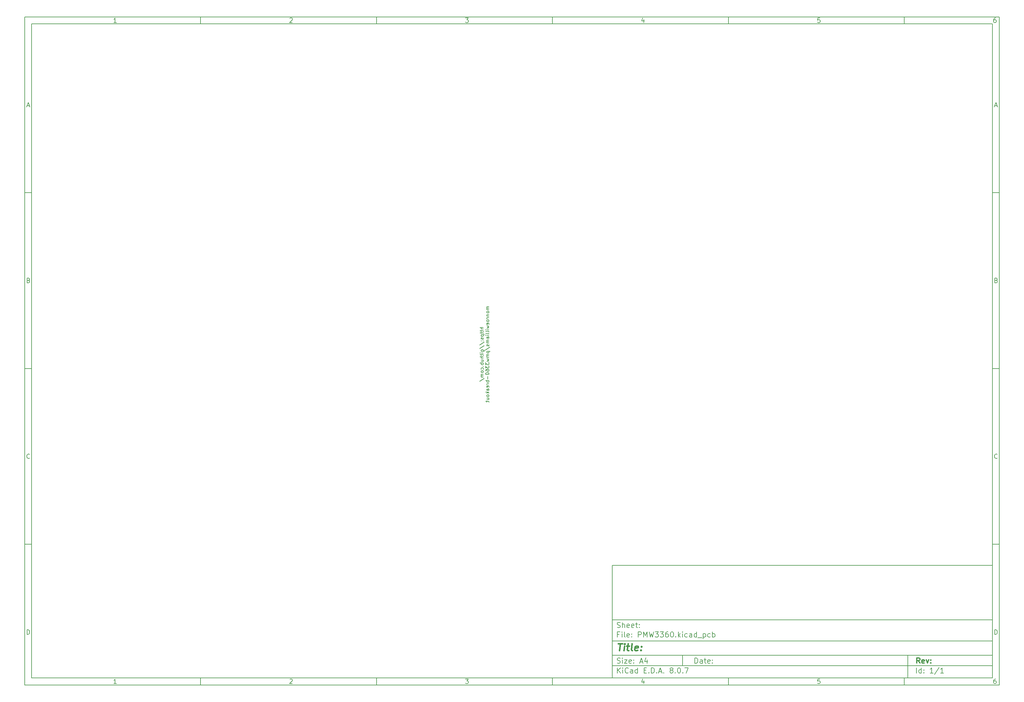
<source format=gbr>
%TF.GenerationSoftware,KiCad,Pcbnew,8.0.7*%
%TF.CreationDate,2025-01-01T17:11:47-08:00*%
%TF.ProjectId,PMW3360,504d5733-3336-4302-9e6b-696361645f70,rev?*%
%TF.SameCoordinates,Original*%
%TF.FileFunction,Legend,Bot*%
%TF.FilePolarity,Positive*%
%FSLAX46Y46*%
G04 Gerber Fmt 4.6, Leading zero omitted, Abs format (unit mm)*
G04 Created by KiCad (PCBNEW 8.0.7) date 2025-01-01 17:11:47*
%MOMM*%
%LPD*%
G01*
G04 APERTURE LIST*
%ADD10C,0.100000*%
%ADD11C,0.150000*%
%ADD12C,0.300000*%
%ADD13C,0.400000*%
%ADD14R,1.200000X1.200000*%
%ADD15C,1.200000*%
%ADD16C,2.200000*%
G04 APERTURE END LIST*
D10*
D11*
X177002200Y-166007200D02*
X285002200Y-166007200D01*
X285002200Y-198007200D01*
X177002200Y-198007200D01*
X177002200Y-166007200D01*
D10*
D11*
X10000000Y-10000000D02*
X287002200Y-10000000D01*
X287002200Y-200007200D01*
X10000000Y-200007200D01*
X10000000Y-10000000D01*
D10*
D11*
X12000000Y-12000000D02*
X285002200Y-12000000D01*
X285002200Y-198007200D01*
X12000000Y-198007200D01*
X12000000Y-12000000D01*
D10*
D11*
X60000000Y-12000000D02*
X60000000Y-10000000D01*
D10*
D11*
X110000000Y-12000000D02*
X110000000Y-10000000D01*
D10*
D11*
X160000000Y-12000000D02*
X160000000Y-10000000D01*
D10*
D11*
X210000000Y-12000000D02*
X210000000Y-10000000D01*
D10*
D11*
X260000000Y-12000000D02*
X260000000Y-10000000D01*
D10*
D11*
X36089160Y-11593604D02*
X35346303Y-11593604D01*
X35717731Y-11593604D02*
X35717731Y-10293604D01*
X35717731Y-10293604D02*
X35593922Y-10479319D01*
X35593922Y-10479319D02*
X35470112Y-10603128D01*
X35470112Y-10603128D02*
X35346303Y-10665033D01*
D10*
D11*
X85346303Y-10417414D02*
X85408207Y-10355509D01*
X85408207Y-10355509D02*
X85532017Y-10293604D01*
X85532017Y-10293604D02*
X85841541Y-10293604D01*
X85841541Y-10293604D02*
X85965350Y-10355509D01*
X85965350Y-10355509D02*
X86027255Y-10417414D01*
X86027255Y-10417414D02*
X86089160Y-10541223D01*
X86089160Y-10541223D02*
X86089160Y-10665033D01*
X86089160Y-10665033D02*
X86027255Y-10850747D01*
X86027255Y-10850747D02*
X85284398Y-11593604D01*
X85284398Y-11593604D02*
X86089160Y-11593604D01*
D10*
D11*
X135284398Y-10293604D02*
X136089160Y-10293604D01*
X136089160Y-10293604D02*
X135655826Y-10788842D01*
X135655826Y-10788842D02*
X135841541Y-10788842D01*
X135841541Y-10788842D02*
X135965350Y-10850747D01*
X135965350Y-10850747D02*
X136027255Y-10912652D01*
X136027255Y-10912652D02*
X136089160Y-11036461D01*
X136089160Y-11036461D02*
X136089160Y-11345985D01*
X136089160Y-11345985D02*
X136027255Y-11469795D01*
X136027255Y-11469795D02*
X135965350Y-11531700D01*
X135965350Y-11531700D02*
X135841541Y-11593604D01*
X135841541Y-11593604D02*
X135470112Y-11593604D01*
X135470112Y-11593604D02*
X135346303Y-11531700D01*
X135346303Y-11531700D02*
X135284398Y-11469795D01*
D10*
D11*
X185965350Y-10726938D02*
X185965350Y-11593604D01*
X185655826Y-10231700D02*
X185346303Y-11160271D01*
X185346303Y-11160271D02*
X186151064Y-11160271D01*
D10*
D11*
X236027255Y-10293604D02*
X235408207Y-10293604D01*
X235408207Y-10293604D02*
X235346303Y-10912652D01*
X235346303Y-10912652D02*
X235408207Y-10850747D01*
X235408207Y-10850747D02*
X235532017Y-10788842D01*
X235532017Y-10788842D02*
X235841541Y-10788842D01*
X235841541Y-10788842D02*
X235965350Y-10850747D01*
X235965350Y-10850747D02*
X236027255Y-10912652D01*
X236027255Y-10912652D02*
X236089160Y-11036461D01*
X236089160Y-11036461D02*
X236089160Y-11345985D01*
X236089160Y-11345985D02*
X236027255Y-11469795D01*
X236027255Y-11469795D02*
X235965350Y-11531700D01*
X235965350Y-11531700D02*
X235841541Y-11593604D01*
X235841541Y-11593604D02*
X235532017Y-11593604D01*
X235532017Y-11593604D02*
X235408207Y-11531700D01*
X235408207Y-11531700D02*
X235346303Y-11469795D01*
D10*
D11*
X285965350Y-10293604D02*
X285717731Y-10293604D01*
X285717731Y-10293604D02*
X285593922Y-10355509D01*
X285593922Y-10355509D02*
X285532017Y-10417414D01*
X285532017Y-10417414D02*
X285408207Y-10603128D01*
X285408207Y-10603128D02*
X285346303Y-10850747D01*
X285346303Y-10850747D02*
X285346303Y-11345985D01*
X285346303Y-11345985D02*
X285408207Y-11469795D01*
X285408207Y-11469795D02*
X285470112Y-11531700D01*
X285470112Y-11531700D02*
X285593922Y-11593604D01*
X285593922Y-11593604D02*
X285841541Y-11593604D01*
X285841541Y-11593604D02*
X285965350Y-11531700D01*
X285965350Y-11531700D02*
X286027255Y-11469795D01*
X286027255Y-11469795D02*
X286089160Y-11345985D01*
X286089160Y-11345985D02*
X286089160Y-11036461D01*
X286089160Y-11036461D02*
X286027255Y-10912652D01*
X286027255Y-10912652D02*
X285965350Y-10850747D01*
X285965350Y-10850747D02*
X285841541Y-10788842D01*
X285841541Y-10788842D02*
X285593922Y-10788842D01*
X285593922Y-10788842D02*
X285470112Y-10850747D01*
X285470112Y-10850747D02*
X285408207Y-10912652D01*
X285408207Y-10912652D02*
X285346303Y-11036461D01*
D10*
D11*
X60000000Y-198007200D02*
X60000000Y-200007200D01*
D10*
D11*
X110000000Y-198007200D02*
X110000000Y-200007200D01*
D10*
D11*
X160000000Y-198007200D02*
X160000000Y-200007200D01*
D10*
D11*
X210000000Y-198007200D02*
X210000000Y-200007200D01*
D10*
D11*
X260000000Y-198007200D02*
X260000000Y-200007200D01*
D10*
D11*
X36089160Y-199600804D02*
X35346303Y-199600804D01*
X35717731Y-199600804D02*
X35717731Y-198300804D01*
X35717731Y-198300804D02*
X35593922Y-198486519D01*
X35593922Y-198486519D02*
X35470112Y-198610328D01*
X35470112Y-198610328D02*
X35346303Y-198672233D01*
D10*
D11*
X85346303Y-198424614D02*
X85408207Y-198362709D01*
X85408207Y-198362709D02*
X85532017Y-198300804D01*
X85532017Y-198300804D02*
X85841541Y-198300804D01*
X85841541Y-198300804D02*
X85965350Y-198362709D01*
X85965350Y-198362709D02*
X86027255Y-198424614D01*
X86027255Y-198424614D02*
X86089160Y-198548423D01*
X86089160Y-198548423D02*
X86089160Y-198672233D01*
X86089160Y-198672233D02*
X86027255Y-198857947D01*
X86027255Y-198857947D02*
X85284398Y-199600804D01*
X85284398Y-199600804D02*
X86089160Y-199600804D01*
D10*
D11*
X135284398Y-198300804D02*
X136089160Y-198300804D01*
X136089160Y-198300804D02*
X135655826Y-198796042D01*
X135655826Y-198796042D02*
X135841541Y-198796042D01*
X135841541Y-198796042D02*
X135965350Y-198857947D01*
X135965350Y-198857947D02*
X136027255Y-198919852D01*
X136027255Y-198919852D02*
X136089160Y-199043661D01*
X136089160Y-199043661D02*
X136089160Y-199353185D01*
X136089160Y-199353185D02*
X136027255Y-199476995D01*
X136027255Y-199476995D02*
X135965350Y-199538900D01*
X135965350Y-199538900D02*
X135841541Y-199600804D01*
X135841541Y-199600804D02*
X135470112Y-199600804D01*
X135470112Y-199600804D02*
X135346303Y-199538900D01*
X135346303Y-199538900D02*
X135284398Y-199476995D01*
D10*
D11*
X185965350Y-198734138D02*
X185965350Y-199600804D01*
X185655826Y-198238900D02*
X185346303Y-199167471D01*
X185346303Y-199167471D02*
X186151064Y-199167471D01*
D10*
D11*
X236027255Y-198300804D02*
X235408207Y-198300804D01*
X235408207Y-198300804D02*
X235346303Y-198919852D01*
X235346303Y-198919852D02*
X235408207Y-198857947D01*
X235408207Y-198857947D02*
X235532017Y-198796042D01*
X235532017Y-198796042D02*
X235841541Y-198796042D01*
X235841541Y-198796042D02*
X235965350Y-198857947D01*
X235965350Y-198857947D02*
X236027255Y-198919852D01*
X236027255Y-198919852D02*
X236089160Y-199043661D01*
X236089160Y-199043661D02*
X236089160Y-199353185D01*
X236089160Y-199353185D02*
X236027255Y-199476995D01*
X236027255Y-199476995D02*
X235965350Y-199538900D01*
X235965350Y-199538900D02*
X235841541Y-199600804D01*
X235841541Y-199600804D02*
X235532017Y-199600804D01*
X235532017Y-199600804D02*
X235408207Y-199538900D01*
X235408207Y-199538900D02*
X235346303Y-199476995D01*
D10*
D11*
X285965350Y-198300804D02*
X285717731Y-198300804D01*
X285717731Y-198300804D02*
X285593922Y-198362709D01*
X285593922Y-198362709D02*
X285532017Y-198424614D01*
X285532017Y-198424614D02*
X285408207Y-198610328D01*
X285408207Y-198610328D02*
X285346303Y-198857947D01*
X285346303Y-198857947D02*
X285346303Y-199353185D01*
X285346303Y-199353185D02*
X285408207Y-199476995D01*
X285408207Y-199476995D02*
X285470112Y-199538900D01*
X285470112Y-199538900D02*
X285593922Y-199600804D01*
X285593922Y-199600804D02*
X285841541Y-199600804D01*
X285841541Y-199600804D02*
X285965350Y-199538900D01*
X285965350Y-199538900D02*
X286027255Y-199476995D01*
X286027255Y-199476995D02*
X286089160Y-199353185D01*
X286089160Y-199353185D02*
X286089160Y-199043661D01*
X286089160Y-199043661D02*
X286027255Y-198919852D01*
X286027255Y-198919852D02*
X285965350Y-198857947D01*
X285965350Y-198857947D02*
X285841541Y-198796042D01*
X285841541Y-198796042D02*
X285593922Y-198796042D01*
X285593922Y-198796042D02*
X285470112Y-198857947D01*
X285470112Y-198857947D02*
X285408207Y-198919852D01*
X285408207Y-198919852D02*
X285346303Y-199043661D01*
D10*
D11*
X10000000Y-60000000D02*
X12000000Y-60000000D01*
D10*
D11*
X10000000Y-110000000D02*
X12000000Y-110000000D01*
D10*
D11*
X10000000Y-160000000D02*
X12000000Y-160000000D01*
D10*
D11*
X10690476Y-35222176D02*
X11309523Y-35222176D01*
X10566666Y-35593604D02*
X10999999Y-34293604D01*
X10999999Y-34293604D02*
X11433333Y-35593604D01*
D10*
D11*
X11092857Y-84912652D02*
X11278571Y-84974557D01*
X11278571Y-84974557D02*
X11340476Y-85036461D01*
X11340476Y-85036461D02*
X11402380Y-85160271D01*
X11402380Y-85160271D02*
X11402380Y-85345985D01*
X11402380Y-85345985D02*
X11340476Y-85469795D01*
X11340476Y-85469795D02*
X11278571Y-85531700D01*
X11278571Y-85531700D02*
X11154761Y-85593604D01*
X11154761Y-85593604D02*
X10659523Y-85593604D01*
X10659523Y-85593604D02*
X10659523Y-84293604D01*
X10659523Y-84293604D02*
X11092857Y-84293604D01*
X11092857Y-84293604D02*
X11216666Y-84355509D01*
X11216666Y-84355509D02*
X11278571Y-84417414D01*
X11278571Y-84417414D02*
X11340476Y-84541223D01*
X11340476Y-84541223D02*
X11340476Y-84665033D01*
X11340476Y-84665033D02*
X11278571Y-84788842D01*
X11278571Y-84788842D02*
X11216666Y-84850747D01*
X11216666Y-84850747D02*
X11092857Y-84912652D01*
X11092857Y-84912652D02*
X10659523Y-84912652D01*
D10*
D11*
X11402380Y-135469795D02*
X11340476Y-135531700D01*
X11340476Y-135531700D02*
X11154761Y-135593604D01*
X11154761Y-135593604D02*
X11030952Y-135593604D01*
X11030952Y-135593604D02*
X10845238Y-135531700D01*
X10845238Y-135531700D02*
X10721428Y-135407890D01*
X10721428Y-135407890D02*
X10659523Y-135284080D01*
X10659523Y-135284080D02*
X10597619Y-135036461D01*
X10597619Y-135036461D02*
X10597619Y-134850747D01*
X10597619Y-134850747D02*
X10659523Y-134603128D01*
X10659523Y-134603128D02*
X10721428Y-134479319D01*
X10721428Y-134479319D02*
X10845238Y-134355509D01*
X10845238Y-134355509D02*
X11030952Y-134293604D01*
X11030952Y-134293604D02*
X11154761Y-134293604D01*
X11154761Y-134293604D02*
X11340476Y-134355509D01*
X11340476Y-134355509D02*
X11402380Y-134417414D01*
D10*
D11*
X10659523Y-185593604D02*
X10659523Y-184293604D01*
X10659523Y-184293604D02*
X10969047Y-184293604D01*
X10969047Y-184293604D02*
X11154761Y-184355509D01*
X11154761Y-184355509D02*
X11278571Y-184479319D01*
X11278571Y-184479319D02*
X11340476Y-184603128D01*
X11340476Y-184603128D02*
X11402380Y-184850747D01*
X11402380Y-184850747D02*
X11402380Y-185036461D01*
X11402380Y-185036461D02*
X11340476Y-185284080D01*
X11340476Y-185284080D02*
X11278571Y-185407890D01*
X11278571Y-185407890D02*
X11154761Y-185531700D01*
X11154761Y-185531700D02*
X10969047Y-185593604D01*
X10969047Y-185593604D02*
X10659523Y-185593604D01*
D10*
D11*
X287002200Y-60000000D02*
X285002200Y-60000000D01*
D10*
D11*
X287002200Y-110000000D02*
X285002200Y-110000000D01*
D10*
D11*
X287002200Y-160000000D02*
X285002200Y-160000000D01*
D10*
D11*
X285692676Y-35222176D02*
X286311723Y-35222176D01*
X285568866Y-35593604D02*
X286002199Y-34293604D01*
X286002199Y-34293604D02*
X286435533Y-35593604D01*
D10*
D11*
X286095057Y-84912652D02*
X286280771Y-84974557D01*
X286280771Y-84974557D02*
X286342676Y-85036461D01*
X286342676Y-85036461D02*
X286404580Y-85160271D01*
X286404580Y-85160271D02*
X286404580Y-85345985D01*
X286404580Y-85345985D02*
X286342676Y-85469795D01*
X286342676Y-85469795D02*
X286280771Y-85531700D01*
X286280771Y-85531700D02*
X286156961Y-85593604D01*
X286156961Y-85593604D02*
X285661723Y-85593604D01*
X285661723Y-85593604D02*
X285661723Y-84293604D01*
X285661723Y-84293604D02*
X286095057Y-84293604D01*
X286095057Y-84293604D02*
X286218866Y-84355509D01*
X286218866Y-84355509D02*
X286280771Y-84417414D01*
X286280771Y-84417414D02*
X286342676Y-84541223D01*
X286342676Y-84541223D02*
X286342676Y-84665033D01*
X286342676Y-84665033D02*
X286280771Y-84788842D01*
X286280771Y-84788842D02*
X286218866Y-84850747D01*
X286218866Y-84850747D02*
X286095057Y-84912652D01*
X286095057Y-84912652D02*
X285661723Y-84912652D01*
D10*
D11*
X286404580Y-135469795D02*
X286342676Y-135531700D01*
X286342676Y-135531700D02*
X286156961Y-135593604D01*
X286156961Y-135593604D02*
X286033152Y-135593604D01*
X286033152Y-135593604D02*
X285847438Y-135531700D01*
X285847438Y-135531700D02*
X285723628Y-135407890D01*
X285723628Y-135407890D02*
X285661723Y-135284080D01*
X285661723Y-135284080D02*
X285599819Y-135036461D01*
X285599819Y-135036461D02*
X285599819Y-134850747D01*
X285599819Y-134850747D02*
X285661723Y-134603128D01*
X285661723Y-134603128D02*
X285723628Y-134479319D01*
X285723628Y-134479319D02*
X285847438Y-134355509D01*
X285847438Y-134355509D02*
X286033152Y-134293604D01*
X286033152Y-134293604D02*
X286156961Y-134293604D01*
X286156961Y-134293604D02*
X286342676Y-134355509D01*
X286342676Y-134355509D02*
X286404580Y-134417414D01*
D10*
D11*
X285661723Y-185593604D02*
X285661723Y-184293604D01*
X285661723Y-184293604D02*
X285971247Y-184293604D01*
X285971247Y-184293604D02*
X286156961Y-184355509D01*
X286156961Y-184355509D02*
X286280771Y-184479319D01*
X286280771Y-184479319D02*
X286342676Y-184603128D01*
X286342676Y-184603128D02*
X286404580Y-184850747D01*
X286404580Y-184850747D02*
X286404580Y-185036461D01*
X286404580Y-185036461D02*
X286342676Y-185284080D01*
X286342676Y-185284080D02*
X286280771Y-185407890D01*
X286280771Y-185407890D02*
X286156961Y-185531700D01*
X286156961Y-185531700D02*
X285971247Y-185593604D01*
X285971247Y-185593604D02*
X285661723Y-185593604D01*
D10*
D11*
X200458026Y-193793328D02*
X200458026Y-192293328D01*
X200458026Y-192293328D02*
X200815169Y-192293328D01*
X200815169Y-192293328D02*
X201029455Y-192364757D01*
X201029455Y-192364757D02*
X201172312Y-192507614D01*
X201172312Y-192507614D02*
X201243741Y-192650471D01*
X201243741Y-192650471D02*
X201315169Y-192936185D01*
X201315169Y-192936185D02*
X201315169Y-193150471D01*
X201315169Y-193150471D02*
X201243741Y-193436185D01*
X201243741Y-193436185D02*
X201172312Y-193579042D01*
X201172312Y-193579042D02*
X201029455Y-193721900D01*
X201029455Y-193721900D02*
X200815169Y-193793328D01*
X200815169Y-193793328D02*
X200458026Y-193793328D01*
X202600884Y-193793328D02*
X202600884Y-193007614D01*
X202600884Y-193007614D02*
X202529455Y-192864757D01*
X202529455Y-192864757D02*
X202386598Y-192793328D01*
X202386598Y-192793328D02*
X202100884Y-192793328D01*
X202100884Y-192793328D02*
X201958026Y-192864757D01*
X202600884Y-193721900D02*
X202458026Y-193793328D01*
X202458026Y-193793328D02*
X202100884Y-193793328D01*
X202100884Y-193793328D02*
X201958026Y-193721900D01*
X201958026Y-193721900D02*
X201886598Y-193579042D01*
X201886598Y-193579042D02*
X201886598Y-193436185D01*
X201886598Y-193436185D02*
X201958026Y-193293328D01*
X201958026Y-193293328D02*
X202100884Y-193221900D01*
X202100884Y-193221900D02*
X202458026Y-193221900D01*
X202458026Y-193221900D02*
X202600884Y-193150471D01*
X203100884Y-192793328D02*
X203672312Y-192793328D01*
X203315169Y-192293328D02*
X203315169Y-193579042D01*
X203315169Y-193579042D02*
X203386598Y-193721900D01*
X203386598Y-193721900D02*
X203529455Y-193793328D01*
X203529455Y-193793328D02*
X203672312Y-193793328D01*
X204743741Y-193721900D02*
X204600884Y-193793328D01*
X204600884Y-193793328D02*
X204315170Y-193793328D01*
X204315170Y-193793328D02*
X204172312Y-193721900D01*
X204172312Y-193721900D02*
X204100884Y-193579042D01*
X204100884Y-193579042D02*
X204100884Y-193007614D01*
X204100884Y-193007614D02*
X204172312Y-192864757D01*
X204172312Y-192864757D02*
X204315170Y-192793328D01*
X204315170Y-192793328D02*
X204600884Y-192793328D01*
X204600884Y-192793328D02*
X204743741Y-192864757D01*
X204743741Y-192864757D02*
X204815170Y-193007614D01*
X204815170Y-193007614D02*
X204815170Y-193150471D01*
X204815170Y-193150471D02*
X204100884Y-193293328D01*
X205458026Y-193650471D02*
X205529455Y-193721900D01*
X205529455Y-193721900D02*
X205458026Y-193793328D01*
X205458026Y-193793328D02*
X205386598Y-193721900D01*
X205386598Y-193721900D02*
X205458026Y-193650471D01*
X205458026Y-193650471D02*
X205458026Y-193793328D01*
X205458026Y-192864757D02*
X205529455Y-192936185D01*
X205529455Y-192936185D02*
X205458026Y-193007614D01*
X205458026Y-193007614D02*
X205386598Y-192936185D01*
X205386598Y-192936185D02*
X205458026Y-192864757D01*
X205458026Y-192864757D02*
X205458026Y-193007614D01*
D10*
D11*
X177002200Y-194507200D02*
X285002200Y-194507200D01*
D10*
D11*
X178458026Y-196593328D02*
X178458026Y-195093328D01*
X179315169Y-196593328D02*
X178672312Y-195736185D01*
X179315169Y-195093328D02*
X178458026Y-195950471D01*
X179958026Y-196593328D02*
X179958026Y-195593328D01*
X179958026Y-195093328D02*
X179886598Y-195164757D01*
X179886598Y-195164757D02*
X179958026Y-195236185D01*
X179958026Y-195236185D02*
X180029455Y-195164757D01*
X180029455Y-195164757D02*
X179958026Y-195093328D01*
X179958026Y-195093328D02*
X179958026Y-195236185D01*
X181529455Y-196450471D02*
X181458027Y-196521900D01*
X181458027Y-196521900D02*
X181243741Y-196593328D01*
X181243741Y-196593328D02*
X181100884Y-196593328D01*
X181100884Y-196593328D02*
X180886598Y-196521900D01*
X180886598Y-196521900D02*
X180743741Y-196379042D01*
X180743741Y-196379042D02*
X180672312Y-196236185D01*
X180672312Y-196236185D02*
X180600884Y-195950471D01*
X180600884Y-195950471D02*
X180600884Y-195736185D01*
X180600884Y-195736185D02*
X180672312Y-195450471D01*
X180672312Y-195450471D02*
X180743741Y-195307614D01*
X180743741Y-195307614D02*
X180886598Y-195164757D01*
X180886598Y-195164757D02*
X181100884Y-195093328D01*
X181100884Y-195093328D02*
X181243741Y-195093328D01*
X181243741Y-195093328D02*
X181458027Y-195164757D01*
X181458027Y-195164757D02*
X181529455Y-195236185D01*
X182815170Y-196593328D02*
X182815170Y-195807614D01*
X182815170Y-195807614D02*
X182743741Y-195664757D01*
X182743741Y-195664757D02*
X182600884Y-195593328D01*
X182600884Y-195593328D02*
X182315170Y-195593328D01*
X182315170Y-195593328D02*
X182172312Y-195664757D01*
X182815170Y-196521900D02*
X182672312Y-196593328D01*
X182672312Y-196593328D02*
X182315170Y-196593328D01*
X182315170Y-196593328D02*
X182172312Y-196521900D01*
X182172312Y-196521900D02*
X182100884Y-196379042D01*
X182100884Y-196379042D02*
X182100884Y-196236185D01*
X182100884Y-196236185D02*
X182172312Y-196093328D01*
X182172312Y-196093328D02*
X182315170Y-196021900D01*
X182315170Y-196021900D02*
X182672312Y-196021900D01*
X182672312Y-196021900D02*
X182815170Y-195950471D01*
X184172313Y-196593328D02*
X184172313Y-195093328D01*
X184172313Y-196521900D02*
X184029455Y-196593328D01*
X184029455Y-196593328D02*
X183743741Y-196593328D01*
X183743741Y-196593328D02*
X183600884Y-196521900D01*
X183600884Y-196521900D02*
X183529455Y-196450471D01*
X183529455Y-196450471D02*
X183458027Y-196307614D01*
X183458027Y-196307614D02*
X183458027Y-195879042D01*
X183458027Y-195879042D02*
X183529455Y-195736185D01*
X183529455Y-195736185D02*
X183600884Y-195664757D01*
X183600884Y-195664757D02*
X183743741Y-195593328D01*
X183743741Y-195593328D02*
X184029455Y-195593328D01*
X184029455Y-195593328D02*
X184172313Y-195664757D01*
X186029455Y-195807614D02*
X186529455Y-195807614D01*
X186743741Y-196593328D02*
X186029455Y-196593328D01*
X186029455Y-196593328D02*
X186029455Y-195093328D01*
X186029455Y-195093328D02*
X186743741Y-195093328D01*
X187386598Y-196450471D02*
X187458027Y-196521900D01*
X187458027Y-196521900D02*
X187386598Y-196593328D01*
X187386598Y-196593328D02*
X187315170Y-196521900D01*
X187315170Y-196521900D02*
X187386598Y-196450471D01*
X187386598Y-196450471D02*
X187386598Y-196593328D01*
X188100884Y-196593328D02*
X188100884Y-195093328D01*
X188100884Y-195093328D02*
X188458027Y-195093328D01*
X188458027Y-195093328D02*
X188672313Y-195164757D01*
X188672313Y-195164757D02*
X188815170Y-195307614D01*
X188815170Y-195307614D02*
X188886599Y-195450471D01*
X188886599Y-195450471D02*
X188958027Y-195736185D01*
X188958027Y-195736185D02*
X188958027Y-195950471D01*
X188958027Y-195950471D02*
X188886599Y-196236185D01*
X188886599Y-196236185D02*
X188815170Y-196379042D01*
X188815170Y-196379042D02*
X188672313Y-196521900D01*
X188672313Y-196521900D02*
X188458027Y-196593328D01*
X188458027Y-196593328D02*
X188100884Y-196593328D01*
X189600884Y-196450471D02*
X189672313Y-196521900D01*
X189672313Y-196521900D02*
X189600884Y-196593328D01*
X189600884Y-196593328D02*
X189529456Y-196521900D01*
X189529456Y-196521900D02*
X189600884Y-196450471D01*
X189600884Y-196450471D02*
X189600884Y-196593328D01*
X190243742Y-196164757D02*
X190958028Y-196164757D01*
X190100885Y-196593328D02*
X190600885Y-195093328D01*
X190600885Y-195093328D02*
X191100885Y-196593328D01*
X191600884Y-196450471D02*
X191672313Y-196521900D01*
X191672313Y-196521900D02*
X191600884Y-196593328D01*
X191600884Y-196593328D02*
X191529456Y-196521900D01*
X191529456Y-196521900D02*
X191600884Y-196450471D01*
X191600884Y-196450471D02*
X191600884Y-196593328D01*
X193672313Y-195736185D02*
X193529456Y-195664757D01*
X193529456Y-195664757D02*
X193458027Y-195593328D01*
X193458027Y-195593328D02*
X193386599Y-195450471D01*
X193386599Y-195450471D02*
X193386599Y-195379042D01*
X193386599Y-195379042D02*
X193458027Y-195236185D01*
X193458027Y-195236185D02*
X193529456Y-195164757D01*
X193529456Y-195164757D02*
X193672313Y-195093328D01*
X193672313Y-195093328D02*
X193958027Y-195093328D01*
X193958027Y-195093328D02*
X194100885Y-195164757D01*
X194100885Y-195164757D02*
X194172313Y-195236185D01*
X194172313Y-195236185D02*
X194243742Y-195379042D01*
X194243742Y-195379042D02*
X194243742Y-195450471D01*
X194243742Y-195450471D02*
X194172313Y-195593328D01*
X194172313Y-195593328D02*
X194100885Y-195664757D01*
X194100885Y-195664757D02*
X193958027Y-195736185D01*
X193958027Y-195736185D02*
X193672313Y-195736185D01*
X193672313Y-195736185D02*
X193529456Y-195807614D01*
X193529456Y-195807614D02*
X193458027Y-195879042D01*
X193458027Y-195879042D02*
X193386599Y-196021900D01*
X193386599Y-196021900D02*
X193386599Y-196307614D01*
X193386599Y-196307614D02*
X193458027Y-196450471D01*
X193458027Y-196450471D02*
X193529456Y-196521900D01*
X193529456Y-196521900D02*
X193672313Y-196593328D01*
X193672313Y-196593328D02*
X193958027Y-196593328D01*
X193958027Y-196593328D02*
X194100885Y-196521900D01*
X194100885Y-196521900D02*
X194172313Y-196450471D01*
X194172313Y-196450471D02*
X194243742Y-196307614D01*
X194243742Y-196307614D02*
X194243742Y-196021900D01*
X194243742Y-196021900D02*
X194172313Y-195879042D01*
X194172313Y-195879042D02*
X194100885Y-195807614D01*
X194100885Y-195807614D02*
X193958027Y-195736185D01*
X194886598Y-196450471D02*
X194958027Y-196521900D01*
X194958027Y-196521900D02*
X194886598Y-196593328D01*
X194886598Y-196593328D02*
X194815170Y-196521900D01*
X194815170Y-196521900D02*
X194886598Y-196450471D01*
X194886598Y-196450471D02*
X194886598Y-196593328D01*
X195886599Y-195093328D02*
X196029456Y-195093328D01*
X196029456Y-195093328D02*
X196172313Y-195164757D01*
X196172313Y-195164757D02*
X196243742Y-195236185D01*
X196243742Y-195236185D02*
X196315170Y-195379042D01*
X196315170Y-195379042D02*
X196386599Y-195664757D01*
X196386599Y-195664757D02*
X196386599Y-196021900D01*
X196386599Y-196021900D02*
X196315170Y-196307614D01*
X196315170Y-196307614D02*
X196243742Y-196450471D01*
X196243742Y-196450471D02*
X196172313Y-196521900D01*
X196172313Y-196521900D02*
X196029456Y-196593328D01*
X196029456Y-196593328D02*
X195886599Y-196593328D01*
X195886599Y-196593328D02*
X195743742Y-196521900D01*
X195743742Y-196521900D02*
X195672313Y-196450471D01*
X195672313Y-196450471D02*
X195600884Y-196307614D01*
X195600884Y-196307614D02*
X195529456Y-196021900D01*
X195529456Y-196021900D02*
X195529456Y-195664757D01*
X195529456Y-195664757D02*
X195600884Y-195379042D01*
X195600884Y-195379042D02*
X195672313Y-195236185D01*
X195672313Y-195236185D02*
X195743742Y-195164757D01*
X195743742Y-195164757D02*
X195886599Y-195093328D01*
X197029455Y-196450471D02*
X197100884Y-196521900D01*
X197100884Y-196521900D02*
X197029455Y-196593328D01*
X197029455Y-196593328D02*
X196958027Y-196521900D01*
X196958027Y-196521900D02*
X197029455Y-196450471D01*
X197029455Y-196450471D02*
X197029455Y-196593328D01*
X197600884Y-195093328D02*
X198600884Y-195093328D01*
X198600884Y-195093328D02*
X197958027Y-196593328D01*
D10*
D11*
X177002200Y-191507200D02*
X285002200Y-191507200D01*
D10*
D12*
X264413853Y-193785528D02*
X263913853Y-193071242D01*
X263556710Y-193785528D02*
X263556710Y-192285528D01*
X263556710Y-192285528D02*
X264128139Y-192285528D01*
X264128139Y-192285528D02*
X264270996Y-192356957D01*
X264270996Y-192356957D02*
X264342425Y-192428385D01*
X264342425Y-192428385D02*
X264413853Y-192571242D01*
X264413853Y-192571242D02*
X264413853Y-192785528D01*
X264413853Y-192785528D02*
X264342425Y-192928385D01*
X264342425Y-192928385D02*
X264270996Y-192999814D01*
X264270996Y-192999814D02*
X264128139Y-193071242D01*
X264128139Y-193071242D02*
X263556710Y-193071242D01*
X265628139Y-193714100D02*
X265485282Y-193785528D01*
X265485282Y-193785528D02*
X265199568Y-193785528D01*
X265199568Y-193785528D02*
X265056710Y-193714100D01*
X265056710Y-193714100D02*
X264985282Y-193571242D01*
X264985282Y-193571242D02*
X264985282Y-192999814D01*
X264985282Y-192999814D02*
X265056710Y-192856957D01*
X265056710Y-192856957D02*
X265199568Y-192785528D01*
X265199568Y-192785528D02*
X265485282Y-192785528D01*
X265485282Y-192785528D02*
X265628139Y-192856957D01*
X265628139Y-192856957D02*
X265699568Y-192999814D01*
X265699568Y-192999814D02*
X265699568Y-193142671D01*
X265699568Y-193142671D02*
X264985282Y-193285528D01*
X266199567Y-192785528D02*
X266556710Y-193785528D01*
X266556710Y-193785528D02*
X266913853Y-192785528D01*
X267485281Y-193642671D02*
X267556710Y-193714100D01*
X267556710Y-193714100D02*
X267485281Y-193785528D01*
X267485281Y-193785528D02*
X267413853Y-193714100D01*
X267413853Y-193714100D02*
X267485281Y-193642671D01*
X267485281Y-193642671D02*
X267485281Y-193785528D01*
X267485281Y-192856957D02*
X267556710Y-192928385D01*
X267556710Y-192928385D02*
X267485281Y-192999814D01*
X267485281Y-192999814D02*
X267413853Y-192928385D01*
X267413853Y-192928385D02*
X267485281Y-192856957D01*
X267485281Y-192856957D02*
X267485281Y-192999814D01*
D10*
D11*
X178386598Y-193721900D02*
X178600884Y-193793328D01*
X178600884Y-193793328D02*
X178958026Y-193793328D01*
X178958026Y-193793328D02*
X179100884Y-193721900D01*
X179100884Y-193721900D02*
X179172312Y-193650471D01*
X179172312Y-193650471D02*
X179243741Y-193507614D01*
X179243741Y-193507614D02*
X179243741Y-193364757D01*
X179243741Y-193364757D02*
X179172312Y-193221900D01*
X179172312Y-193221900D02*
X179100884Y-193150471D01*
X179100884Y-193150471D02*
X178958026Y-193079042D01*
X178958026Y-193079042D02*
X178672312Y-193007614D01*
X178672312Y-193007614D02*
X178529455Y-192936185D01*
X178529455Y-192936185D02*
X178458026Y-192864757D01*
X178458026Y-192864757D02*
X178386598Y-192721900D01*
X178386598Y-192721900D02*
X178386598Y-192579042D01*
X178386598Y-192579042D02*
X178458026Y-192436185D01*
X178458026Y-192436185D02*
X178529455Y-192364757D01*
X178529455Y-192364757D02*
X178672312Y-192293328D01*
X178672312Y-192293328D02*
X179029455Y-192293328D01*
X179029455Y-192293328D02*
X179243741Y-192364757D01*
X179886597Y-193793328D02*
X179886597Y-192793328D01*
X179886597Y-192293328D02*
X179815169Y-192364757D01*
X179815169Y-192364757D02*
X179886597Y-192436185D01*
X179886597Y-192436185D02*
X179958026Y-192364757D01*
X179958026Y-192364757D02*
X179886597Y-192293328D01*
X179886597Y-192293328D02*
X179886597Y-192436185D01*
X180458026Y-192793328D02*
X181243741Y-192793328D01*
X181243741Y-192793328D02*
X180458026Y-193793328D01*
X180458026Y-193793328D02*
X181243741Y-193793328D01*
X182386598Y-193721900D02*
X182243741Y-193793328D01*
X182243741Y-193793328D02*
X181958027Y-193793328D01*
X181958027Y-193793328D02*
X181815169Y-193721900D01*
X181815169Y-193721900D02*
X181743741Y-193579042D01*
X181743741Y-193579042D02*
X181743741Y-193007614D01*
X181743741Y-193007614D02*
X181815169Y-192864757D01*
X181815169Y-192864757D02*
X181958027Y-192793328D01*
X181958027Y-192793328D02*
X182243741Y-192793328D01*
X182243741Y-192793328D02*
X182386598Y-192864757D01*
X182386598Y-192864757D02*
X182458027Y-193007614D01*
X182458027Y-193007614D02*
X182458027Y-193150471D01*
X182458027Y-193150471D02*
X181743741Y-193293328D01*
X183100883Y-193650471D02*
X183172312Y-193721900D01*
X183172312Y-193721900D02*
X183100883Y-193793328D01*
X183100883Y-193793328D02*
X183029455Y-193721900D01*
X183029455Y-193721900D02*
X183100883Y-193650471D01*
X183100883Y-193650471D02*
X183100883Y-193793328D01*
X183100883Y-192864757D02*
X183172312Y-192936185D01*
X183172312Y-192936185D02*
X183100883Y-193007614D01*
X183100883Y-193007614D02*
X183029455Y-192936185D01*
X183029455Y-192936185D02*
X183100883Y-192864757D01*
X183100883Y-192864757D02*
X183100883Y-193007614D01*
X184886598Y-193364757D02*
X185600884Y-193364757D01*
X184743741Y-193793328D02*
X185243741Y-192293328D01*
X185243741Y-192293328D02*
X185743741Y-193793328D01*
X186886598Y-192793328D02*
X186886598Y-193793328D01*
X186529455Y-192221900D02*
X186172312Y-193293328D01*
X186172312Y-193293328D02*
X187100883Y-193293328D01*
D10*
D11*
X263458026Y-196593328D02*
X263458026Y-195093328D01*
X264815170Y-196593328D02*
X264815170Y-195093328D01*
X264815170Y-196521900D02*
X264672312Y-196593328D01*
X264672312Y-196593328D02*
X264386598Y-196593328D01*
X264386598Y-196593328D02*
X264243741Y-196521900D01*
X264243741Y-196521900D02*
X264172312Y-196450471D01*
X264172312Y-196450471D02*
X264100884Y-196307614D01*
X264100884Y-196307614D02*
X264100884Y-195879042D01*
X264100884Y-195879042D02*
X264172312Y-195736185D01*
X264172312Y-195736185D02*
X264243741Y-195664757D01*
X264243741Y-195664757D02*
X264386598Y-195593328D01*
X264386598Y-195593328D02*
X264672312Y-195593328D01*
X264672312Y-195593328D02*
X264815170Y-195664757D01*
X265529455Y-196450471D02*
X265600884Y-196521900D01*
X265600884Y-196521900D02*
X265529455Y-196593328D01*
X265529455Y-196593328D02*
X265458027Y-196521900D01*
X265458027Y-196521900D02*
X265529455Y-196450471D01*
X265529455Y-196450471D02*
X265529455Y-196593328D01*
X265529455Y-195664757D02*
X265600884Y-195736185D01*
X265600884Y-195736185D02*
X265529455Y-195807614D01*
X265529455Y-195807614D02*
X265458027Y-195736185D01*
X265458027Y-195736185D02*
X265529455Y-195664757D01*
X265529455Y-195664757D02*
X265529455Y-195807614D01*
X268172313Y-196593328D02*
X267315170Y-196593328D01*
X267743741Y-196593328D02*
X267743741Y-195093328D01*
X267743741Y-195093328D02*
X267600884Y-195307614D01*
X267600884Y-195307614D02*
X267458027Y-195450471D01*
X267458027Y-195450471D02*
X267315170Y-195521900D01*
X269886598Y-195021900D02*
X268600884Y-196950471D01*
X271172313Y-196593328D02*
X270315170Y-196593328D01*
X270743741Y-196593328D02*
X270743741Y-195093328D01*
X270743741Y-195093328D02*
X270600884Y-195307614D01*
X270600884Y-195307614D02*
X270458027Y-195450471D01*
X270458027Y-195450471D02*
X270315170Y-195521900D01*
D10*
D11*
X177002200Y-187507200D02*
X285002200Y-187507200D01*
D10*
D13*
X178693928Y-188211638D02*
X179836785Y-188211638D01*
X179015357Y-190211638D02*
X179265357Y-188211638D01*
X180253452Y-190211638D02*
X180420119Y-188878304D01*
X180503452Y-188211638D02*
X180396309Y-188306876D01*
X180396309Y-188306876D02*
X180479643Y-188402114D01*
X180479643Y-188402114D02*
X180586786Y-188306876D01*
X180586786Y-188306876D02*
X180503452Y-188211638D01*
X180503452Y-188211638D02*
X180479643Y-188402114D01*
X181086786Y-188878304D02*
X181848690Y-188878304D01*
X181455833Y-188211638D02*
X181241548Y-189925923D01*
X181241548Y-189925923D02*
X181312976Y-190116400D01*
X181312976Y-190116400D02*
X181491548Y-190211638D01*
X181491548Y-190211638D02*
X181682024Y-190211638D01*
X182634405Y-190211638D02*
X182455833Y-190116400D01*
X182455833Y-190116400D02*
X182384405Y-189925923D01*
X182384405Y-189925923D02*
X182598690Y-188211638D01*
X184170119Y-190116400D02*
X183967738Y-190211638D01*
X183967738Y-190211638D02*
X183586785Y-190211638D01*
X183586785Y-190211638D02*
X183408214Y-190116400D01*
X183408214Y-190116400D02*
X183336785Y-189925923D01*
X183336785Y-189925923D02*
X183432024Y-189164019D01*
X183432024Y-189164019D02*
X183551071Y-188973542D01*
X183551071Y-188973542D02*
X183753452Y-188878304D01*
X183753452Y-188878304D02*
X184134404Y-188878304D01*
X184134404Y-188878304D02*
X184312976Y-188973542D01*
X184312976Y-188973542D02*
X184384404Y-189164019D01*
X184384404Y-189164019D02*
X184360595Y-189354495D01*
X184360595Y-189354495D02*
X183384404Y-189544971D01*
X185134405Y-190021161D02*
X185217738Y-190116400D01*
X185217738Y-190116400D02*
X185110595Y-190211638D01*
X185110595Y-190211638D02*
X185027262Y-190116400D01*
X185027262Y-190116400D02*
X185134405Y-190021161D01*
X185134405Y-190021161D02*
X185110595Y-190211638D01*
X185265357Y-188973542D02*
X185348690Y-189068780D01*
X185348690Y-189068780D02*
X185241548Y-189164019D01*
X185241548Y-189164019D02*
X185158214Y-189068780D01*
X185158214Y-189068780D02*
X185265357Y-188973542D01*
X185265357Y-188973542D02*
X185241548Y-189164019D01*
D10*
D11*
X178958026Y-185607614D02*
X178458026Y-185607614D01*
X178458026Y-186393328D02*
X178458026Y-184893328D01*
X178458026Y-184893328D02*
X179172312Y-184893328D01*
X179743740Y-186393328D02*
X179743740Y-185393328D01*
X179743740Y-184893328D02*
X179672312Y-184964757D01*
X179672312Y-184964757D02*
X179743740Y-185036185D01*
X179743740Y-185036185D02*
X179815169Y-184964757D01*
X179815169Y-184964757D02*
X179743740Y-184893328D01*
X179743740Y-184893328D02*
X179743740Y-185036185D01*
X180672312Y-186393328D02*
X180529455Y-186321900D01*
X180529455Y-186321900D02*
X180458026Y-186179042D01*
X180458026Y-186179042D02*
X180458026Y-184893328D01*
X181815169Y-186321900D02*
X181672312Y-186393328D01*
X181672312Y-186393328D02*
X181386598Y-186393328D01*
X181386598Y-186393328D02*
X181243740Y-186321900D01*
X181243740Y-186321900D02*
X181172312Y-186179042D01*
X181172312Y-186179042D02*
X181172312Y-185607614D01*
X181172312Y-185607614D02*
X181243740Y-185464757D01*
X181243740Y-185464757D02*
X181386598Y-185393328D01*
X181386598Y-185393328D02*
X181672312Y-185393328D01*
X181672312Y-185393328D02*
X181815169Y-185464757D01*
X181815169Y-185464757D02*
X181886598Y-185607614D01*
X181886598Y-185607614D02*
X181886598Y-185750471D01*
X181886598Y-185750471D02*
X181172312Y-185893328D01*
X182529454Y-186250471D02*
X182600883Y-186321900D01*
X182600883Y-186321900D02*
X182529454Y-186393328D01*
X182529454Y-186393328D02*
X182458026Y-186321900D01*
X182458026Y-186321900D02*
X182529454Y-186250471D01*
X182529454Y-186250471D02*
X182529454Y-186393328D01*
X182529454Y-185464757D02*
X182600883Y-185536185D01*
X182600883Y-185536185D02*
X182529454Y-185607614D01*
X182529454Y-185607614D02*
X182458026Y-185536185D01*
X182458026Y-185536185D02*
X182529454Y-185464757D01*
X182529454Y-185464757D02*
X182529454Y-185607614D01*
X184386597Y-186393328D02*
X184386597Y-184893328D01*
X184386597Y-184893328D02*
X184958026Y-184893328D01*
X184958026Y-184893328D02*
X185100883Y-184964757D01*
X185100883Y-184964757D02*
X185172312Y-185036185D01*
X185172312Y-185036185D02*
X185243740Y-185179042D01*
X185243740Y-185179042D02*
X185243740Y-185393328D01*
X185243740Y-185393328D02*
X185172312Y-185536185D01*
X185172312Y-185536185D02*
X185100883Y-185607614D01*
X185100883Y-185607614D02*
X184958026Y-185679042D01*
X184958026Y-185679042D02*
X184386597Y-185679042D01*
X185886597Y-186393328D02*
X185886597Y-184893328D01*
X185886597Y-184893328D02*
X186386597Y-185964757D01*
X186386597Y-185964757D02*
X186886597Y-184893328D01*
X186886597Y-184893328D02*
X186886597Y-186393328D01*
X187458026Y-184893328D02*
X187815169Y-186393328D01*
X187815169Y-186393328D02*
X188100883Y-185321900D01*
X188100883Y-185321900D02*
X188386598Y-186393328D01*
X188386598Y-186393328D02*
X188743741Y-184893328D01*
X189172312Y-184893328D02*
X190100884Y-184893328D01*
X190100884Y-184893328D02*
X189600884Y-185464757D01*
X189600884Y-185464757D02*
X189815169Y-185464757D01*
X189815169Y-185464757D02*
X189958027Y-185536185D01*
X189958027Y-185536185D02*
X190029455Y-185607614D01*
X190029455Y-185607614D02*
X190100884Y-185750471D01*
X190100884Y-185750471D02*
X190100884Y-186107614D01*
X190100884Y-186107614D02*
X190029455Y-186250471D01*
X190029455Y-186250471D02*
X189958027Y-186321900D01*
X189958027Y-186321900D02*
X189815169Y-186393328D01*
X189815169Y-186393328D02*
X189386598Y-186393328D01*
X189386598Y-186393328D02*
X189243741Y-186321900D01*
X189243741Y-186321900D02*
X189172312Y-186250471D01*
X190600883Y-184893328D02*
X191529455Y-184893328D01*
X191529455Y-184893328D02*
X191029455Y-185464757D01*
X191029455Y-185464757D02*
X191243740Y-185464757D01*
X191243740Y-185464757D02*
X191386598Y-185536185D01*
X191386598Y-185536185D02*
X191458026Y-185607614D01*
X191458026Y-185607614D02*
X191529455Y-185750471D01*
X191529455Y-185750471D02*
X191529455Y-186107614D01*
X191529455Y-186107614D02*
X191458026Y-186250471D01*
X191458026Y-186250471D02*
X191386598Y-186321900D01*
X191386598Y-186321900D02*
X191243740Y-186393328D01*
X191243740Y-186393328D02*
X190815169Y-186393328D01*
X190815169Y-186393328D02*
X190672312Y-186321900D01*
X190672312Y-186321900D02*
X190600883Y-186250471D01*
X192815169Y-184893328D02*
X192529454Y-184893328D01*
X192529454Y-184893328D02*
X192386597Y-184964757D01*
X192386597Y-184964757D02*
X192315169Y-185036185D01*
X192315169Y-185036185D02*
X192172311Y-185250471D01*
X192172311Y-185250471D02*
X192100883Y-185536185D01*
X192100883Y-185536185D02*
X192100883Y-186107614D01*
X192100883Y-186107614D02*
X192172311Y-186250471D01*
X192172311Y-186250471D02*
X192243740Y-186321900D01*
X192243740Y-186321900D02*
X192386597Y-186393328D01*
X192386597Y-186393328D02*
X192672311Y-186393328D01*
X192672311Y-186393328D02*
X192815169Y-186321900D01*
X192815169Y-186321900D02*
X192886597Y-186250471D01*
X192886597Y-186250471D02*
X192958026Y-186107614D01*
X192958026Y-186107614D02*
X192958026Y-185750471D01*
X192958026Y-185750471D02*
X192886597Y-185607614D01*
X192886597Y-185607614D02*
X192815169Y-185536185D01*
X192815169Y-185536185D02*
X192672311Y-185464757D01*
X192672311Y-185464757D02*
X192386597Y-185464757D01*
X192386597Y-185464757D02*
X192243740Y-185536185D01*
X192243740Y-185536185D02*
X192172311Y-185607614D01*
X192172311Y-185607614D02*
X192100883Y-185750471D01*
X193886597Y-184893328D02*
X194029454Y-184893328D01*
X194029454Y-184893328D02*
X194172311Y-184964757D01*
X194172311Y-184964757D02*
X194243740Y-185036185D01*
X194243740Y-185036185D02*
X194315168Y-185179042D01*
X194315168Y-185179042D02*
X194386597Y-185464757D01*
X194386597Y-185464757D02*
X194386597Y-185821900D01*
X194386597Y-185821900D02*
X194315168Y-186107614D01*
X194315168Y-186107614D02*
X194243740Y-186250471D01*
X194243740Y-186250471D02*
X194172311Y-186321900D01*
X194172311Y-186321900D02*
X194029454Y-186393328D01*
X194029454Y-186393328D02*
X193886597Y-186393328D01*
X193886597Y-186393328D02*
X193743740Y-186321900D01*
X193743740Y-186321900D02*
X193672311Y-186250471D01*
X193672311Y-186250471D02*
X193600882Y-186107614D01*
X193600882Y-186107614D02*
X193529454Y-185821900D01*
X193529454Y-185821900D02*
X193529454Y-185464757D01*
X193529454Y-185464757D02*
X193600882Y-185179042D01*
X193600882Y-185179042D02*
X193672311Y-185036185D01*
X193672311Y-185036185D02*
X193743740Y-184964757D01*
X193743740Y-184964757D02*
X193886597Y-184893328D01*
X195029453Y-186250471D02*
X195100882Y-186321900D01*
X195100882Y-186321900D02*
X195029453Y-186393328D01*
X195029453Y-186393328D02*
X194958025Y-186321900D01*
X194958025Y-186321900D02*
X195029453Y-186250471D01*
X195029453Y-186250471D02*
X195029453Y-186393328D01*
X195743739Y-186393328D02*
X195743739Y-184893328D01*
X195886597Y-185821900D02*
X196315168Y-186393328D01*
X196315168Y-185393328D02*
X195743739Y-185964757D01*
X196958025Y-186393328D02*
X196958025Y-185393328D01*
X196958025Y-184893328D02*
X196886597Y-184964757D01*
X196886597Y-184964757D02*
X196958025Y-185036185D01*
X196958025Y-185036185D02*
X197029454Y-184964757D01*
X197029454Y-184964757D02*
X196958025Y-184893328D01*
X196958025Y-184893328D02*
X196958025Y-185036185D01*
X198315169Y-186321900D02*
X198172311Y-186393328D01*
X198172311Y-186393328D02*
X197886597Y-186393328D01*
X197886597Y-186393328D02*
X197743740Y-186321900D01*
X197743740Y-186321900D02*
X197672311Y-186250471D01*
X197672311Y-186250471D02*
X197600883Y-186107614D01*
X197600883Y-186107614D02*
X197600883Y-185679042D01*
X197600883Y-185679042D02*
X197672311Y-185536185D01*
X197672311Y-185536185D02*
X197743740Y-185464757D01*
X197743740Y-185464757D02*
X197886597Y-185393328D01*
X197886597Y-185393328D02*
X198172311Y-185393328D01*
X198172311Y-185393328D02*
X198315169Y-185464757D01*
X199600883Y-186393328D02*
X199600883Y-185607614D01*
X199600883Y-185607614D02*
X199529454Y-185464757D01*
X199529454Y-185464757D02*
X199386597Y-185393328D01*
X199386597Y-185393328D02*
X199100883Y-185393328D01*
X199100883Y-185393328D02*
X198958025Y-185464757D01*
X199600883Y-186321900D02*
X199458025Y-186393328D01*
X199458025Y-186393328D02*
X199100883Y-186393328D01*
X199100883Y-186393328D02*
X198958025Y-186321900D01*
X198958025Y-186321900D02*
X198886597Y-186179042D01*
X198886597Y-186179042D02*
X198886597Y-186036185D01*
X198886597Y-186036185D02*
X198958025Y-185893328D01*
X198958025Y-185893328D02*
X199100883Y-185821900D01*
X199100883Y-185821900D02*
X199458025Y-185821900D01*
X199458025Y-185821900D02*
X199600883Y-185750471D01*
X200958026Y-186393328D02*
X200958026Y-184893328D01*
X200958026Y-186321900D02*
X200815168Y-186393328D01*
X200815168Y-186393328D02*
X200529454Y-186393328D01*
X200529454Y-186393328D02*
X200386597Y-186321900D01*
X200386597Y-186321900D02*
X200315168Y-186250471D01*
X200315168Y-186250471D02*
X200243740Y-186107614D01*
X200243740Y-186107614D02*
X200243740Y-185679042D01*
X200243740Y-185679042D02*
X200315168Y-185536185D01*
X200315168Y-185536185D02*
X200386597Y-185464757D01*
X200386597Y-185464757D02*
X200529454Y-185393328D01*
X200529454Y-185393328D02*
X200815168Y-185393328D01*
X200815168Y-185393328D02*
X200958026Y-185464757D01*
X201315169Y-186536185D02*
X202458026Y-186536185D01*
X202815168Y-185393328D02*
X202815168Y-186893328D01*
X202815168Y-185464757D02*
X202958026Y-185393328D01*
X202958026Y-185393328D02*
X203243740Y-185393328D01*
X203243740Y-185393328D02*
X203386597Y-185464757D01*
X203386597Y-185464757D02*
X203458026Y-185536185D01*
X203458026Y-185536185D02*
X203529454Y-185679042D01*
X203529454Y-185679042D02*
X203529454Y-186107614D01*
X203529454Y-186107614D02*
X203458026Y-186250471D01*
X203458026Y-186250471D02*
X203386597Y-186321900D01*
X203386597Y-186321900D02*
X203243740Y-186393328D01*
X203243740Y-186393328D02*
X202958026Y-186393328D01*
X202958026Y-186393328D02*
X202815168Y-186321900D01*
X204815169Y-186321900D02*
X204672311Y-186393328D01*
X204672311Y-186393328D02*
X204386597Y-186393328D01*
X204386597Y-186393328D02*
X204243740Y-186321900D01*
X204243740Y-186321900D02*
X204172311Y-186250471D01*
X204172311Y-186250471D02*
X204100883Y-186107614D01*
X204100883Y-186107614D02*
X204100883Y-185679042D01*
X204100883Y-185679042D02*
X204172311Y-185536185D01*
X204172311Y-185536185D02*
X204243740Y-185464757D01*
X204243740Y-185464757D02*
X204386597Y-185393328D01*
X204386597Y-185393328D02*
X204672311Y-185393328D01*
X204672311Y-185393328D02*
X204815169Y-185464757D01*
X205458025Y-186393328D02*
X205458025Y-184893328D01*
X205458025Y-185464757D02*
X205600883Y-185393328D01*
X205600883Y-185393328D02*
X205886597Y-185393328D01*
X205886597Y-185393328D02*
X206029454Y-185464757D01*
X206029454Y-185464757D02*
X206100883Y-185536185D01*
X206100883Y-185536185D02*
X206172311Y-185679042D01*
X206172311Y-185679042D02*
X206172311Y-186107614D01*
X206172311Y-186107614D02*
X206100883Y-186250471D01*
X206100883Y-186250471D02*
X206029454Y-186321900D01*
X206029454Y-186321900D02*
X205886597Y-186393328D01*
X205886597Y-186393328D02*
X205600883Y-186393328D01*
X205600883Y-186393328D02*
X205458025Y-186321900D01*
D10*
D11*
X177002200Y-181507200D02*
X285002200Y-181507200D01*
D10*
D11*
X178386598Y-183621900D02*
X178600884Y-183693328D01*
X178600884Y-183693328D02*
X178958026Y-183693328D01*
X178958026Y-183693328D02*
X179100884Y-183621900D01*
X179100884Y-183621900D02*
X179172312Y-183550471D01*
X179172312Y-183550471D02*
X179243741Y-183407614D01*
X179243741Y-183407614D02*
X179243741Y-183264757D01*
X179243741Y-183264757D02*
X179172312Y-183121900D01*
X179172312Y-183121900D02*
X179100884Y-183050471D01*
X179100884Y-183050471D02*
X178958026Y-182979042D01*
X178958026Y-182979042D02*
X178672312Y-182907614D01*
X178672312Y-182907614D02*
X178529455Y-182836185D01*
X178529455Y-182836185D02*
X178458026Y-182764757D01*
X178458026Y-182764757D02*
X178386598Y-182621900D01*
X178386598Y-182621900D02*
X178386598Y-182479042D01*
X178386598Y-182479042D02*
X178458026Y-182336185D01*
X178458026Y-182336185D02*
X178529455Y-182264757D01*
X178529455Y-182264757D02*
X178672312Y-182193328D01*
X178672312Y-182193328D02*
X179029455Y-182193328D01*
X179029455Y-182193328D02*
X179243741Y-182264757D01*
X179886597Y-183693328D02*
X179886597Y-182193328D01*
X180529455Y-183693328D02*
X180529455Y-182907614D01*
X180529455Y-182907614D02*
X180458026Y-182764757D01*
X180458026Y-182764757D02*
X180315169Y-182693328D01*
X180315169Y-182693328D02*
X180100883Y-182693328D01*
X180100883Y-182693328D02*
X179958026Y-182764757D01*
X179958026Y-182764757D02*
X179886597Y-182836185D01*
X181815169Y-183621900D02*
X181672312Y-183693328D01*
X181672312Y-183693328D02*
X181386598Y-183693328D01*
X181386598Y-183693328D02*
X181243740Y-183621900D01*
X181243740Y-183621900D02*
X181172312Y-183479042D01*
X181172312Y-183479042D02*
X181172312Y-182907614D01*
X181172312Y-182907614D02*
X181243740Y-182764757D01*
X181243740Y-182764757D02*
X181386598Y-182693328D01*
X181386598Y-182693328D02*
X181672312Y-182693328D01*
X181672312Y-182693328D02*
X181815169Y-182764757D01*
X181815169Y-182764757D02*
X181886598Y-182907614D01*
X181886598Y-182907614D02*
X181886598Y-183050471D01*
X181886598Y-183050471D02*
X181172312Y-183193328D01*
X183100883Y-183621900D02*
X182958026Y-183693328D01*
X182958026Y-183693328D02*
X182672312Y-183693328D01*
X182672312Y-183693328D02*
X182529454Y-183621900D01*
X182529454Y-183621900D02*
X182458026Y-183479042D01*
X182458026Y-183479042D02*
X182458026Y-182907614D01*
X182458026Y-182907614D02*
X182529454Y-182764757D01*
X182529454Y-182764757D02*
X182672312Y-182693328D01*
X182672312Y-182693328D02*
X182958026Y-182693328D01*
X182958026Y-182693328D02*
X183100883Y-182764757D01*
X183100883Y-182764757D02*
X183172312Y-182907614D01*
X183172312Y-182907614D02*
X183172312Y-183050471D01*
X183172312Y-183050471D02*
X182458026Y-183193328D01*
X183600883Y-182693328D02*
X184172311Y-182693328D01*
X183815168Y-182193328D02*
X183815168Y-183479042D01*
X183815168Y-183479042D02*
X183886597Y-183621900D01*
X183886597Y-183621900D02*
X184029454Y-183693328D01*
X184029454Y-183693328D02*
X184172311Y-183693328D01*
X184672311Y-183550471D02*
X184743740Y-183621900D01*
X184743740Y-183621900D02*
X184672311Y-183693328D01*
X184672311Y-183693328D02*
X184600883Y-183621900D01*
X184600883Y-183621900D02*
X184672311Y-183550471D01*
X184672311Y-183550471D02*
X184672311Y-183693328D01*
X184672311Y-182764757D02*
X184743740Y-182836185D01*
X184743740Y-182836185D02*
X184672311Y-182907614D01*
X184672311Y-182907614D02*
X184600883Y-182836185D01*
X184600883Y-182836185D02*
X184672311Y-182764757D01*
X184672311Y-182764757D02*
X184672311Y-182907614D01*
D10*
D11*
X197002200Y-191507200D02*
X197002200Y-194507200D01*
D10*
D11*
X261002200Y-191507200D02*
X261002200Y-198007200D01*
X140359875Y-98338571D02*
X139359875Y-98338571D01*
X140359875Y-98767142D02*
X139836065Y-98767142D01*
X139836065Y-98767142D02*
X139740827Y-98719523D01*
X139740827Y-98719523D02*
X139693208Y-98624285D01*
X139693208Y-98624285D02*
X139693208Y-98481428D01*
X139693208Y-98481428D02*
X139740827Y-98386190D01*
X139740827Y-98386190D02*
X139788446Y-98338571D01*
X139693208Y-99100476D02*
X139693208Y-99481428D01*
X139359875Y-99243333D02*
X140217017Y-99243333D01*
X140217017Y-99243333D02*
X140312256Y-99290952D01*
X140312256Y-99290952D02*
X140359875Y-99386190D01*
X140359875Y-99386190D02*
X140359875Y-99481428D01*
X139693208Y-99671905D02*
X139693208Y-100052857D01*
X139359875Y-99814762D02*
X140217017Y-99814762D01*
X140217017Y-99814762D02*
X140312256Y-99862381D01*
X140312256Y-99862381D02*
X140359875Y-99957619D01*
X140359875Y-99957619D02*
X140359875Y-100052857D01*
X139693208Y-100386191D02*
X140693208Y-100386191D01*
X139740827Y-100386191D02*
X139693208Y-100481429D01*
X139693208Y-100481429D02*
X139693208Y-100671905D01*
X139693208Y-100671905D02*
X139740827Y-100767143D01*
X139740827Y-100767143D02*
X139788446Y-100814762D01*
X139788446Y-100814762D02*
X139883684Y-100862381D01*
X139883684Y-100862381D02*
X140169398Y-100862381D01*
X140169398Y-100862381D02*
X140264636Y-100814762D01*
X140264636Y-100814762D02*
X140312256Y-100767143D01*
X140312256Y-100767143D02*
X140359875Y-100671905D01*
X140359875Y-100671905D02*
X140359875Y-100481429D01*
X140359875Y-100481429D02*
X140312256Y-100386191D01*
X140312256Y-101243334D02*
X140359875Y-101338572D01*
X140359875Y-101338572D02*
X140359875Y-101529048D01*
X140359875Y-101529048D02*
X140312256Y-101624286D01*
X140312256Y-101624286D02*
X140217017Y-101671905D01*
X140217017Y-101671905D02*
X140169398Y-101671905D01*
X140169398Y-101671905D02*
X140074160Y-101624286D01*
X140074160Y-101624286D02*
X140026541Y-101529048D01*
X140026541Y-101529048D02*
X140026541Y-101386191D01*
X140026541Y-101386191D02*
X139978922Y-101290953D01*
X139978922Y-101290953D02*
X139883684Y-101243334D01*
X139883684Y-101243334D02*
X139836065Y-101243334D01*
X139836065Y-101243334D02*
X139740827Y-101290953D01*
X139740827Y-101290953D02*
X139693208Y-101386191D01*
X139693208Y-101386191D02*
X139693208Y-101529048D01*
X139693208Y-101529048D02*
X139740827Y-101624286D01*
X140264636Y-102100477D02*
X140312256Y-102148096D01*
X140312256Y-102148096D02*
X140359875Y-102100477D01*
X140359875Y-102100477D02*
X140312256Y-102052858D01*
X140312256Y-102052858D02*
X140264636Y-102100477D01*
X140264636Y-102100477D02*
X140359875Y-102100477D01*
X139740827Y-102100477D02*
X139788446Y-102148096D01*
X139788446Y-102148096D02*
X139836065Y-102100477D01*
X139836065Y-102100477D02*
X139788446Y-102052858D01*
X139788446Y-102052858D02*
X139740827Y-102100477D01*
X139740827Y-102100477D02*
X139836065Y-102100477D01*
X139312256Y-103290952D02*
X140597970Y-102433810D01*
X139312256Y-104338571D02*
X140597970Y-103481429D01*
X139693208Y-105100476D02*
X140502732Y-105100476D01*
X140502732Y-105100476D02*
X140597970Y-105052857D01*
X140597970Y-105052857D02*
X140645589Y-105005238D01*
X140645589Y-105005238D02*
X140693208Y-104910000D01*
X140693208Y-104910000D02*
X140693208Y-104767143D01*
X140693208Y-104767143D02*
X140645589Y-104671905D01*
X140312256Y-105100476D02*
X140359875Y-105005238D01*
X140359875Y-105005238D02*
X140359875Y-104814762D01*
X140359875Y-104814762D02*
X140312256Y-104719524D01*
X140312256Y-104719524D02*
X140264636Y-104671905D01*
X140264636Y-104671905D02*
X140169398Y-104624286D01*
X140169398Y-104624286D02*
X139883684Y-104624286D01*
X139883684Y-104624286D02*
X139788446Y-104671905D01*
X139788446Y-104671905D02*
X139740827Y-104719524D01*
X139740827Y-104719524D02*
X139693208Y-104814762D01*
X139693208Y-104814762D02*
X139693208Y-105005238D01*
X139693208Y-105005238D02*
X139740827Y-105100476D01*
X140359875Y-105576667D02*
X139693208Y-105576667D01*
X139359875Y-105576667D02*
X139407494Y-105529048D01*
X139407494Y-105529048D02*
X139455113Y-105576667D01*
X139455113Y-105576667D02*
X139407494Y-105624286D01*
X139407494Y-105624286D02*
X139359875Y-105576667D01*
X139359875Y-105576667D02*
X139455113Y-105576667D01*
X139693208Y-105910000D02*
X139693208Y-106290952D01*
X139359875Y-106052857D02*
X140217017Y-106052857D01*
X140217017Y-106052857D02*
X140312256Y-106100476D01*
X140312256Y-106100476D02*
X140359875Y-106195714D01*
X140359875Y-106195714D02*
X140359875Y-106290952D01*
X140359875Y-106624286D02*
X139359875Y-106624286D01*
X140359875Y-107052857D02*
X139836065Y-107052857D01*
X139836065Y-107052857D02*
X139740827Y-107005238D01*
X139740827Y-107005238D02*
X139693208Y-106910000D01*
X139693208Y-106910000D02*
X139693208Y-106767143D01*
X139693208Y-106767143D02*
X139740827Y-106671905D01*
X139740827Y-106671905D02*
X139788446Y-106624286D01*
X139693208Y-107957619D02*
X140359875Y-107957619D01*
X139693208Y-107529048D02*
X140217017Y-107529048D01*
X140217017Y-107529048D02*
X140312256Y-107576667D01*
X140312256Y-107576667D02*
X140359875Y-107671905D01*
X140359875Y-107671905D02*
X140359875Y-107814762D01*
X140359875Y-107814762D02*
X140312256Y-107910000D01*
X140312256Y-107910000D02*
X140264636Y-107957619D01*
X140359875Y-108433810D02*
X139359875Y-108433810D01*
X139740827Y-108433810D02*
X139693208Y-108529048D01*
X139693208Y-108529048D02*
X139693208Y-108719524D01*
X139693208Y-108719524D02*
X139740827Y-108814762D01*
X139740827Y-108814762D02*
X139788446Y-108862381D01*
X139788446Y-108862381D02*
X139883684Y-108910000D01*
X139883684Y-108910000D02*
X140169398Y-108910000D01*
X140169398Y-108910000D02*
X140264636Y-108862381D01*
X140264636Y-108862381D02*
X140312256Y-108814762D01*
X140312256Y-108814762D02*
X140359875Y-108719524D01*
X140359875Y-108719524D02*
X140359875Y-108529048D01*
X140359875Y-108529048D02*
X140312256Y-108433810D01*
X140264636Y-109338572D02*
X140312256Y-109386191D01*
X140312256Y-109386191D02*
X140359875Y-109338572D01*
X140359875Y-109338572D02*
X140312256Y-109290953D01*
X140312256Y-109290953D02*
X140264636Y-109338572D01*
X140264636Y-109338572D02*
X140359875Y-109338572D01*
X140312256Y-110243333D02*
X140359875Y-110148095D01*
X140359875Y-110148095D02*
X140359875Y-109957619D01*
X140359875Y-109957619D02*
X140312256Y-109862381D01*
X140312256Y-109862381D02*
X140264636Y-109814762D01*
X140264636Y-109814762D02*
X140169398Y-109767143D01*
X140169398Y-109767143D02*
X139883684Y-109767143D01*
X139883684Y-109767143D02*
X139788446Y-109814762D01*
X139788446Y-109814762D02*
X139740827Y-109862381D01*
X139740827Y-109862381D02*
X139693208Y-109957619D01*
X139693208Y-109957619D02*
X139693208Y-110148095D01*
X139693208Y-110148095D02*
X139740827Y-110243333D01*
X140359875Y-110814762D02*
X140312256Y-110719524D01*
X140312256Y-110719524D02*
X140264636Y-110671905D01*
X140264636Y-110671905D02*
X140169398Y-110624286D01*
X140169398Y-110624286D02*
X139883684Y-110624286D01*
X139883684Y-110624286D02*
X139788446Y-110671905D01*
X139788446Y-110671905D02*
X139740827Y-110719524D01*
X139740827Y-110719524D02*
X139693208Y-110814762D01*
X139693208Y-110814762D02*
X139693208Y-110957619D01*
X139693208Y-110957619D02*
X139740827Y-111052857D01*
X139740827Y-111052857D02*
X139788446Y-111100476D01*
X139788446Y-111100476D02*
X139883684Y-111148095D01*
X139883684Y-111148095D02*
X140169398Y-111148095D01*
X140169398Y-111148095D02*
X140264636Y-111100476D01*
X140264636Y-111100476D02*
X140312256Y-111052857D01*
X140312256Y-111052857D02*
X140359875Y-110957619D01*
X140359875Y-110957619D02*
X140359875Y-110814762D01*
X140359875Y-111576667D02*
X139693208Y-111576667D01*
X139788446Y-111576667D02*
X139740827Y-111624286D01*
X139740827Y-111624286D02*
X139693208Y-111719524D01*
X139693208Y-111719524D02*
X139693208Y-111862381D01*
X139693208Y-111862381D02*
X139740827Y-111957619D01*
X139740827Y-111957619D02*
X139836065Y-112005238D01*
X139836065Y-112005238D02*
X140359875Y-112005238D01*
X139836065Y-112005238D02*
X139740827Y-112052857D01*
X139740827Y-112052857D02*
X139693208Y-112148095D01*
X139693208Y-112148095D02*
X139693208Y-112290952D01*
X139693208Y-112290952D02*
X139740827Y-112386191D01*
X139740827Y-112386191D02*
X139836065Y-112433810D01*
X139836065Y-112433810D02*
X140359875Y-112433810D01*
X139312256Y-113624285D02*
X140597970Y-112767143D01*
X141969819Y-92409999D02*
X141303152Y-92409999D01*
X141398390Y-92409999D02*
X141350771Y-92457618D01*
X141350771Y-92457618D02*
X141303152Y-92552856D01*
X141303152Y-92552856D02*
X141303152Y-92695713D01*
X141303152Y-92695713D02*
X141350771Y-92790951D01*
X141350771Y-92790951D02*
X141446009Y-92838570D01*
X141446009Y-92838570D02*
X141969819Y-92838570D01*
X141446009Y-92838570D02*
X141350771Y-92886189D01*
X141350771Y-92886189D02*
X141303152Y-92981427D01*
X141303152Y-92981427D02*
X141303152Y-93124284D01*
X141303152Y-93124284D02*
X141350771Y-93219523D01*
X141350771Y-93219523D02*
X141446009Y-93267142D01*
X141446009Y-93267142D02*
X141969819Y-93267142D01*
X141969819Y-93886189D02*
X141922200Y-93790951D01*
X141922200Y-93790951D02*
X141874580Y-93743332D01*
X141874580Y-93743332D02*
X141779342Y-93695713D01*
X141779342Y-93695713D02*
X141493628Y-93695713D01*
X141493628Y-93695713D02*
X141398390Y-93743332D01*
X141398390Y-93743332D02*
X141350771Y-93790951D01*
X141350771Y-93790951D02*
X141303152Y-93886189D01*
X141303152Y-93886189D02*
X141303152Y-94029046D01*
X141303152Y-94029046D02*
X141350771Y-94124284D01*
X141350771Y-94124284D02*
X141398390Y-94171903D01*
X141398390Y-94171903D02*
X141493628Y-94219522D01*
X141493628Y-94219522D02*
X141779342Y-94219522D01*
X141779342Y-94219522D02*
X141874580Y-94171903D01*
X141874580Y-94171903D02*
X141922200Y-94124284D01*
X141922200Y-94124284D02*
X141969819Y-94029046D01*
X141969819Y-94029046D02*
X141969819Y-93886189D01*
X141303152Y-94648094D02*
X141969819Y-94648094D01*
X141398390Y-94648094D02*
X141350771Y-94695713D01*
X141350771Y-94695713D02*
X141303152Y-94790951D01*
X141303152Y-94790951D02*
X141303152Y-94933808D01*
X141303152Y-94933808D02*
X141350771Y-95029046D01*
X141350771Y-95029046D02*
X141446009Y-95076665D01*
X141446009Y-95076665D02*
X141969819Y-95076665D01*
X141969819Y-95552856D02*
X141303152Y-95552856D01*
X141493628Y-95552856D02*
X141398390Y-95600475D01*
X141398390Y-95600475D02*
X141350771Y-95648094D01*
X141350771Y-95648094D02*
X141303152Y-95743332D01*
X141303152Y-95743332D02*
X141303152Y-95838570D01*
X141969819Y-96314761D02*
X141922200Y-96219523D01*
X141922200Y-96219523D02*
X141874580Y-96171904D01*
X141874580Y-96171904D02*
X141779342Y-96124285D01*
X141779342Y-96124285D02*
X141493628Y-96124285D01*
X141493628Y-96124285D02*
X141398390Y-96171904D01*
X141398390Y-96171904D02*
X141350771Y-96219523D01*
X141350771Y-96219523D02*
X141303152Y-96314761D01*
X141303152Y-96314761D02*
X141303152Y-96457618D01*
X141303152Y-96457618D02*
X141350771Y-96552856D01*
X141350771Y-96552856D02*
X141398390Y-96600475D01*
X141398390Y-96600475D02*
X141493628Y-96648094D01*
X141493628Y-96648094D02*
X141779342Y-96648094D01*
X141779342Y-96648094D02*
X141874580Y-96600475D01*
X141874580Y-96600475D02*
X141922200Y-96552856D01*
X141922200Y-96552856D02*
X141969819Y-96457618D01*
X141969819Y-96457618D02*
X141969819Y-96314761D01*
X141922200Y-97457618D02*
X141969819Y-97362380D01*
X141969819Y-97362380D02*
X141969819Y-97171904D01*
X141969819Y-97171904D02*
X141922200Y-97076666D01*
X141922200Y-97076666D02*
X141826961Y-97029047D01*
X141826961Y-97029047D02*
X141446009Y-97029047D01*
X141446009Y-97029047D02*
X141350771Y-97076666D01*
X141350771Y-97076666D02*
X141303152Y-97171904D01*
X141303152Y-97171904D02*
X141303152Y-97362380D01*
X141303152Y-97362380D02*
X141350771Y-97457618D01*
X141350771Y-97457618D02*
X141446009Y-97505237D01*
X141446009Y-97505237D02*
X141541247Y-97505237D01*
X141541247Y-97505237D02*
X141636485Y-97029047D01*
X141303152Y-97838571D02*
X141969819Y-98029047D01*
X141969819Y-98029047D02*
X141493628Y-98219523D01*
X141493628Y-98219523D02*
X141969819Y-98409999D01*
X141969819Y-98409999D02*
X141303152Y-98600475D01*
X141969819Y-98981428D02*
X141303152Y-98981428D01*
X140969819Y-98981428D02*
X141017438Y-98933809D01*
X141017438Y-98933809D02*
X141065057Y-98981428D01*
X141065057Y-98981428D02*
X141017438Y-99029047D01*
X141017438Y-99029047D02*
X140969819Y-98981428D01*
X140969819Y-98981428D02*
X141065057Y-98981428D01*
X141969819Y-99600475D02*
X141922200Y-99505237D01*
X141922200Y-99505237D02*
X141826961Y-99457618D01*
X141826961Y-99457618D02*
X140969819Y-99457618D01*
X141969819Y-100124285D02*
X141922200Y-100029047D01*
X141922200Y-100029047D02*
X141826961Y-99981428D01*
X141826961Y-99981428D02*
X140969819Y-99981428D01*
X141969819Y-100505238D02*
X141303152Y-100505238D01*
X140969819Y-100505238D02*
X141017438Y-100457619D01*
X141017438Y-100457619D02*
X141065057Y-100505238D01*
X141065057Y-100505238D02*
X141017438Y-100552857D01*
X141017438Y-100552857D02*
X140969819Y-100505238D01*
X140969819Y-100505238D02*
X141065057Y-100505238D01*
X141969819Y-101409999D02*
X141446009Y-101409999D01*
X141446009Y-101409999D02*
X141350771Y-101362380D01*
X141350771Y-101362380D02*
X141303152Y-101267142D01*
X141303152Y-101267142D02*
X141303152Y-101076666D01*
X141303152Y-101076666D02*
X141350771Y-100981428D01*
X141922200Y-101409999D02*
X141969819Y-101314761D01*
X141969819Y-101314761D02*
X141969819Y-101076666D01*
X141969819Y-101076666D02*
X141922200Y-100981428D01*
X141922200Y-100981428D02*
X141826961Y-100933809D01*
X141826961Y-100933809D02*
X141731723Y-100933809D01*
X141731723Y-100933809D02*
X141636485Y-100981428D01*
X141636485Y-100981428D02*
X141588866Y-101076666D01*
X141588866Y-101076666D02*
X141588866Y-101314761D01*
X141588866Y-101314761D02*
X141541247Y-101409999D01*
X141969819Y-101886190D02*
X141303152Y-101886190D01*
X141398390Y-101886190D02*
X141350771Y-101933809D01*
X141350771Y-101933809D02*
X141303152Y-102029047D01*
X141303152Y-102029047D02*
X141303152Y-102171904D01*
X141303152Y-102171904D02*
X141350771Y-102267142D01*
X141350771Y-102267142D02*
X141446009Y-102314761D01*
X141446009Y-102314761D02*
X141969819Y-102314761D01*
X141446009Y-102314761D02*
X141350771Y-102362380D01*
X141350771Y-102362380D02*
X141303152Y-102457618D01*
X141303152Y-102457618D02*
X141303152Y-102600475D01*
X141303152Y-102600475D02*
X141350771Y-102695714D01*
X141350771Y-102695714D02*
X141446009Y-102743333D01*
X141446009Y-102743333D02*
X141969819Y-102743333D01*
X141922200Y-103171904D02*
X141969819Y-103267142D01*
X141969819Y-103267142D02*
X141969819Y-103457618D01*
X141969819Y-103457618D02*
X141922200Y-103552856D01*
X141922200Y-103552856D02*
X141826961Y-103600475D01*
X141826961Y-103600475D02*
X141779342Y-103600475D01*
X141779342Y-103600475D02*
X141684104Y-103552856D01*
X141684104Y-103552856D02*
X141636485Y-103457618D01*
X141636485Y-103457618D02*
X141636485Y-103314761D01*
X141636485Y-103314761D02*
X141588866Y-103219523D01*
X141588866Y-103219523D02*
X141493628Y-103171904D01*
X141493628Y-103171904D02*
X141446009Y-103171904D01*
X141446009Y-103171904D02*
X141350771Y-103219523D01*
X141350771Y-103219523D02*
X141303152Y-103314761D01*
X141303152Y-103314761D02*
X141303152Y-103457618D01*
X141303152Y-103457618D02*
X141350771Y-103552856D01*
X140922200Y-104743332D02*
X142207914Y-103886190D01*
X141303152Y-105076666D02*
X142303152Y-105076666D01*
X141350771Y-105076666D02*
X141303152Y-105171904D01*
X141303152Y-105171904D02*
X141303152Y-105362380D01*
X141303152Y-105362380D02*
X141350771Y-105457618D01*
X141350771Y-105457618D02*
X141398390Y-105505237D01*
X141398390Y-105505237D02*
X141493628Y-105552856D01*
X141493628Y-105552856D02*
X141779342Y-105552856D01*
X141779342Y-105552856D02*
X141874580Y-105505237D01*
X141874580Y-105505237D02*
X141922200Y-105457618D01*
X141922200Y-105457618D02*
X141969819Y-105362380D01*
X141969819Y-105362380D02*
X141969819Y-105171904D01*
X141969819Y-105171904D02*
X141922200Y-105076666D01*
X141969819Y-105981428D02*
X141303152Y-105981428D01*
X141398390Y-105981428D02*
X141350771Y-106029047D01*
X141350771Y-106029047D02*
X141303152Y-106124285D01*
X141303152Y-106124285D02*
X141303152Y-106267142D01*
X141303152Y-106267142D02*
X141350771Y-106362380D01*
X141350771Y-106362380D02*
X141446009Y-106409999D01*
X141446009Y-106409999D02*
X141969819Y-106409999D01*
X141446009Y-106409999D02*
X141350771Y-106457618D01*
X141350771Y-106457618D02*
X141303152Y-106552856D01*
X141303152Y-106552856D02*
X141303152Y-106695713D01*
X141303152Y-106695713D02*
X141350771Y-106790952D01*
X141350771Y-106790952D02*
X141446009Y-106838571D01*
X141446009Y-106838571D02*
X141969819Y-106838571D01*
X141303152Y-107219523D02*
X141969819Y-107409999D01*
X141969819Y-107409999D02*
X141493628Y-107600475D01*
X141493628Y-107600475D02*
X141969819Y-107790951D01*
X141969819Y-107790951D02*
X141303152Y-107981427D01*
X140969819Y-108267142D02*
X140969819Y-108886189D01*
X140969819Y-108886189D02*
X141350771Y-108552856D01*
X141350771Y-108552856D02*
X141350771Y-108695713D01*
X141350771Y-108695713D02*
X141398390Y-108790951D01*
X141398390Y-108790951D02*
X141446009Y-108838570D01*
X141446009Y-108838570D02*
X141541247Y-108886189D01*
X141541247Y-108886189D02*
X141779342Y-108886189D01*
X141779342Y-108886189D02*
X141874580Y-108838570D01*
X141874580Y-108838570D02*
X141922200Y-108790951D01*
X141922200Y-108790951D02*
X141969819Y-108695713D01*
X141969819Y-108695713D02*
X141969819Y-108409999D01*
X141969819Y-108409999D02*
X141922200Y-108314761D01*
X141922200Y-108314761D02*
X141874580Y-108267142D01*
X140969819Y-109219523D02*
X140969819Y-109838570D01*
X140969819Y-109838570D02*
X141350771Y-109505237D01*
X141350771Y-109505237D02*
X141350771Y-109648094D01*
X141350771Y-109648094D02*
X141398390Y-109743332D01*
X141398390Y-109743332D02*
X141446009Y-109790951D01*
X141446009Y-109790951D02*
X141541247Y-109838570D01*
X141541247Y-109838570D02*
X141779342Y-109838570D01*
X141779342Y-109838570D02*
X141874580Y-109790951D01*
X141874580Y-109790951D02*
X141922200Y-109743332D01*
X141922200Y-109743332D02*
X141969819Y-109648094D01*
X141969819Y-109648094D02*
X141969819Y-109362380D01*
X141969819Y-109362380D02*
X141922200Y-109267142D01*
X141922200Y-109267142D02*
X141874580Y-109219523D01*
X140969819Y-110695713D02*
X140969819Y-110505237D01*
X140969819Y-110505237D02*
X141017438Y-110409999D01*
X141017438Y-110409999D02*
X141065057Y-110362380D01*
X141065057Y-110362380D02*
X141207914Y-110267142D01*
X141207914Y-110267142D02*
X141398390Y-110219523D01*
X141398390Y-110219523D02*
X141779342Y-110219523D01*
X141779342Y-110219523D02*
X141874580Y-110267142D01*
X141874580Y-110267142D02*
X141922200Y-110314761D01*
X141922200Y-110314761D02*
X141969819Y-110409999D01*
X141969819Y-110409999D02*
X141969819Y-110600475D01*
X141969819Y-110600475D02*
X141922200Y-110695713D01*
X141922200Y-110695713D02*
X141874580Y-110743332D01*
X141874580Y-110743332D02*
X141779342Y-110790951D01*
X141779342Y-110790951D02*
X141541247Y-110790951D01*
X141541247Y-110790951D02*
X141446009Y-110743332D01*
X141446009Y-110743332D02*
X141398390Y-110695713D01*
X141398390Y-110695713D02*
X141350771Y-110600475D01*
X141350771Y-110600475D02*
X141350771Y-110409999D01*
X141350771Y-110409999D02*
X141398390Y-110314761D01*
X141398390Y-110314761D02*
X141446009Y-110267142D01*
X141446009Y-110267142D02*
X141541247Y-110219523D01*
X140969819Y-111409999D02*
X140969819Y-111505237D01*
X140969819Y-111505237D02*
X141017438Y-111600475D01*
X141017438Y-111600475D02*
X141065057Y-111648094D01*
X141065057Y-111648094D02*
X141160295Y-111695713D01*
X141160295Y-111695713D02*
X141350771Y-111743332D01*
X141350771Y-111743332D02*
X141588866Y-111743332D01*
X141588866Y-111743332D02*
X141779342Y-111695713D01*
X141779342Y-111695713D02*
X141874580Y-111648094D01*
X141874580Y-111648094D02*
X141922200Y-111600475D01*
X141922200Y-111600475D02*
X141969819Y-111505237D01*
X141969819Y-111505237D02*
X141969819Y-111409999D01*
X141969819Y-111409999D02*
X141922200Y-111314761D01*
X141922200Y-111314761D02*
X141874580Y-111267142D01*
X141874580Y-111267142D02*
X141779342Y-111219523D01*
X141779342Y-111219523D02*
X141588866Y-111171904D01*
X141588866Y-111171904D02*
X141350771Y-111171904D01*
X141350771Y-111171904D02*
X141160295Y-111219523D01*
X141160295Y-111219523D02*
X141065057Y-111267142D01*
X141065057Y-111267142D02*
X141017438Y-111314761D01*
X141017438Y-111314761D02*
X140969819Y-111409999D01*
X141588866Y-112171904D02*
X141588866Y-112933809D01*
X141969819Y-113409999D02*
X140969819Y-113409999D01*
X141350771Y-113409999D02*
X141303152Y-113505237D01*
X141303152Y-113505237D02*
X141303152Y-113695713D01*
X141303152Y-113695713D02*
X141350771Y-113790951D01*
X141350771Y-113790951D02*
X141398390Y-113838570D01*
X141398390Y-113838570D02*
X141493628Y-113886189D01*
X141493628Y-113886189D02*
X141779342Y-113886189D01*
X141779342Y-113886189D02*
X141874580Y-113838570D01*
X141874580Y-113838570D02*
X141922200Y-113790951D01*
X141922200Y-113790951D02*
X141969819Y-113695713D01*
X141969819Y-113695713D02*
X141969819Y-113505237D01*
X141969819Y-113505237D02*
X141922200Y-113409999D01*
X141969819Y-114314761D02*
X141303152Y-114314761D01*
X141493628Y-114314761D02*
X141398390Y-114362380D01*
X141398390Y-114362380D02*
X141350771Y-114409999D01*
X141350771Y-114409999D02*
X141303152Y-114505237D01*
X141303152Y-114505237D02*
X141303152Y-114600475D01*
X141922200Y-115314761D02*
X141969819Y-115219523D01*
X141969819Y-115219523D02*
X141969819Y-115029047D01*
X141969819Y-115029047D02*
X141922200Y-114933809D01*
X141922200Y-114933809D02*
X141826961Y-114886190D01*
X141826961Y-114886190D02*
X141446009Y-114886190D01*
X141446009Y-114886190D02*
X141350771Y-114933809D01*
X141350771Y-114933809D02*
X141303152Y-115029047D01*
X141303152Y-115029047D02*
X141303152Y-115219523D01*
X141303152Y-115219523D02*
X141350771Y-115314761D01*
X141350771Y-115314761D02*
X141446009Y-115362380D01*
X141446009Y-115362380D02*
X141541247Y-115362380D01*
X141541247Y-115362380D02*
X141636485Y-114886190D01*
X141969819Y-116219523D02*
X141446009Y-116219523D01*
X141446009Y-116219523D02*
X141350771Y-116171904D01*
X141350771Y-116171904D02*
X141303152Y-116076666D01*
X141303152Y-116076666D02*
X141303152Y-115886190D01*
X141303152Y-115886190D02*
X141350771Y-115790952D01*
X141922200Y-116219523D02*
X141969819Y-116124285D01*
X141969819Y-116124285D02*
X141969819Y-115886190D01*
X141969819Y-115886190D02*
X141922200Y-115790952D01*
X141922200Y-115790952D02*
X141826961Y-115743333D01*
X141826961Y-115743333D02*
X141731723Y-115743333D01*
X141731723Y-115743333D02*
X141636485Y-115790952D01*
X141636485Y-115790952D02*
X141588866Y-115886190D01*
X141588866Y-115886190D02*
X141588866Y-116124285D01*
X141588866Y-116124285D02*
X141541247Y-116219523D01*
X141969819Y-116695714D02*
X140969819Y-116695714D01*
X141588866Y-116790952D02*
X141969819Y-117076666D01*
X141303152Y-117076666D02*
X141684104Y-116695714D01*
X141969819Y-117648095D02*
X141922200Y-117552857D01*
X141922200Y-117552857D02*
X141874580Y-117505238D01*
X141874580Y-117505238D02*
X141779342Y-117457619D01*
X141779342Y-117457619D02*
X141493628Y-117457619D01*
X141493628Y-117457619D02*
X141398390Y-117505238D01*
X141398390Y-117505238D02*
X141350771Y-117552857D01*
X141350771Y-117552857D02*
X141303152Y-117648095D01*
X141303152Y-117648095D02*
X141303152Y-117790952D01*
X141303152Y-117790952D02*
X141350771Y-117886190D01*
X141350771Y-117886190D02*
X141398390Y-117933809D01*
X141398390Y-117933809D02*
X141493628Y-117981428D01*
X141493628Y-117981428D02*
X141779342Y-117981428D01*
X141779342Y-117981428D02*
X141874580Y-117933809D01*
X141874580Y-117933809D02*
X141922200Y-117886190D01*
X141922200Y-117886190D02*
X141969819Y-117790952D01*
X141969819Y-117790952D02*
X141969819Y-117648095D01*
X141303152Y-118838571D02*
X141969819Y-118838571D01*
X141303152Y-118410000D02*
X141826961Y-118410000D01*
X141826961Y-118410000D02*
X141922200Y-118457619D01*
X141922200Y-118457619D02*
X141969819Y-118552857D01*
X141969819Y-118552857D02*
X141969819Y-118695714D01*
X141969819Y-118695714D02*
X141922200Y-118790952D01*
X141922200Y-118790952D02*
X141874580Y-118838571D01*
X141303152Y-119171905D02*
X141303152Y-119552857D01*
X140969819Y-119314762D02*
X141826961Y-119314762D01*
X141826961Y-119314762D02*
X141922200Y-119362381D01*
X141922200Y-119362381D02*
X141969819Y-119457619D01*
X141969819Y-119457619D02*
X141969819Y-119552857D01*
%LPC*%
D14*
X143650000Y-100250000D03*
D15*
X143650000Y-102030000D03*
X143650000Y-103810000D03*
X143650000Y-105590000D03*
X143650000Y-107370000D03*
X143650000Y-109150000D03*
X143650000Y-110930000D03*
X143650000Y-112710000D03*
X154350000Y-113600000D03*
X154350000Y-111820000D03*
X154350000Y-110040000D03*
X154350000Y-108260000D03*
X154350000Y-106480000D03*
X154350000Y-104700000D03*
X154350000Y-102920000D03*
X154350000Y-101140000D03*
D16*
X149000000Y-117910000D03*
X149000000Y-93910000D03*
%LPD*%
M02*

</source>
